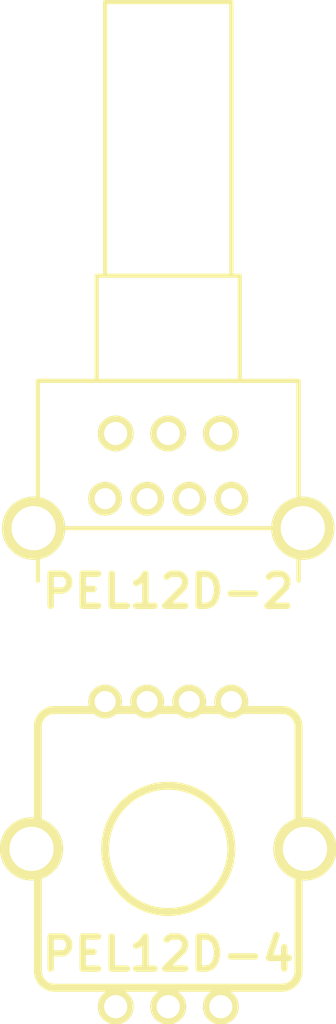
<source format=kicad_pcb>
(kicad_pcb (version 3) (host pcbnew "(2013-07-14 BZR 4242)-stable")

  (general
    (links 1)
    (no_connects 1)
    (area 123.82627 53.385999 140.33373 102.58425)
    (thickness 1.6)
    (drawings 0)
    (tracks 0)
    (zones 0)
    (modules 2)
    (nets 7)
  )

  (page A4)
  (layers
    (15 F.Cu signal)
    (0 B.Cu signal)
    (16 B.Adhes user)
    (17 F.Adhes user)
    (18 B.Paste user)
    (19 F.Paste user)
    (20 B.SilkS user)
    (21 F.SilkS user)
    (22 B.Mask user)
    (23 F.Mask user)
    (24 Dwgs.User user)
    (25 Cmts.User user)
    (26 Eco1.User user)
    (27 Eco2.User user)
    (28 Edge.Cuts user)
  )

  (setup
    (last_trace_width 0.254)
    (trace_clearance 0.254)
    (zone_clearance 0.508)
    (zone_45_only no)
    (trace_min 0.254)
    (segment_width 0.2)
    (edge_width 0.1)
    (via_size 0.889)
    (via_drill 0.635)
    (via_min_size 0.889)
    (via_min_drill 0.508)
    (uvia_size 0.508)
    (uvia_drill 0.127)
    (uvias_allowed no)
    (uvia_min_size 0.508)
    (uvia_min_drill 0.127)
    (pcb_text_width 0.3)
    (pcb_text_size 1.5 1.5)
    (mod_edge_width 0.2)
    (mod_text_size 1 1)
    (mod_text_width 0.15)
    (pad_size 1.69926 1.69926)
    (pad_drill 1.09982)
    (pad_to_mask_clearance 0)
    (aux_axis_origin 0 0)
    (visible_elements FFFFF77F)
    (pcbplotparams
      (layerselection 3178497)
      (usegerberextensions true)
      (excludeedgelayer true)
      (linewidth 0.150000)
      (plotframeref false)
      (viasonmask false)
      (mode 1)
      (useauxorigin false)
      (hpglpennumber 1)
      (hpglpenspeed 20)
      (hpglpendiameter 15)
      (hpglpenoverlay 2)
      (psnegative false)
      (psa4output false)
      (plotreference true)
      (plotvalue true)
      (plotothertext true)
      (plotinvisibletext false)
      (padsonsilk false)
      (subtractmaskfromsilk false)
      (outputformat 1)
      (mirror false)
      (drillshape 1)
      (scaleselection 1)
      (outputdirectory ""))
  )

  (net 0 "")
  (net 1 /encoders/SW1)
  (net 2 GND)
  (net 3 N-000049)
  (net 4 N-000067)
  (net 5 N-000068)
  (net 6 N-000072)

  (net_class Default "This is the default net class."
    (clearance 0.254)
    (trace_width 0.254)
    (via_dia 0.889)
    (via_drill 0.635)
    (uvia_dia 0.508)
    (uvia_drill 0.127)
    (add_net "")
    (add_net /encoders/SW1)
    (add_net GND)
    (add_net N-000049)
    (add_net N-000067)
    (add_net N-000068)
    (add_net N-000072)
  )

  (module PEL12D-4 (layer F.Cu) (tedit 51EFEA20) (tstamp 51EFEB22)
    (at 132.08 93.98)
    (descr "Bourns encoder with switch and LEDs, horizontal mount")
    (tags "bourns, encoder")
    (path /4F7E05A5/4F905A66)
    (fp_text reference PEL12D-4 (at 0 5.00126) (layer F.SilkS)
      (effects (font (thickness 0.3048)))
    )
    (fp_text value VAL** (at 0 -5) (layer F.SilkS) hide
      (effects (font (thickness 0.3048)))
    )
    (fp_line (start 6.2 -5.8) (end 6.2 5.8) (layer F.SilkS) (width 0.381))
    (fp_line (start -6.2 5.8) (end -6.2 -5.8) (layer F.SilkS) (width 0.381))
    (fp_line (start 5.4 6.6) (end -5.4 6.6) (layer F.SilkS) (width 0.381))
    (fp_arc (start 5.4 5.8) (end 6.2 5.8) (angle 90) (layer F.SilkS) (width 0.381))
    (fp_line (start -5.4 -6.6) (end 5.4 -6.6) (layer F.SilkS) (width 0.381))
    (fp_arc (start -5.4 -5.8) (end -6.2 -5.8) (angle 90) (layer F.SilkS) (width 0.381))
    (fp_arc (start -5.4 5.8) (end -5.4 6.6) (angle 90) (layer F.SilkS) (width 0.381))
    (fp_arc (start 5.4 -5.8) (end 5.4 -6.6) (angle 90) (layer F.SilkS) (width 0.381))
    (fp_circle (center 0 0) (end 3 0) (layer F.SilkS) (width 0.381))
    (pad C thru_hole circle (at 0 7.50062) (size 1.69926 1.69926) (drill 1.09982)
      (layers *.Cu *.Mask F.SilkS)
    )
    (pad A thru_hole circle (at -2.49936 7.50062) (size 1.69926 1.69926) (drill 1.09982)
      (layers *.Cu *.Mask F.SilkS)
    )
    (pad B thru_hole circle (at 2.49936 7.50062) (size 1.69926 1.69926) (drill 1.09982)
      (layers *.Cu *.Mask F.SilkS)
    )
    (pad 1 thru_hole circle (at 2.99974 -7.00024) (size 1.6002 1.6002) (drill 1.00076)
      (layers *.Cu *.Mask F.SilkS)
    )
    (pad 2 thru_hole circle (at 1.00076 -7.00024) (size 1.6002 1.6002) (drill 1.00076)
      (layers *.Cu *.Mask F.SilkS)
    )
    (pad 3 thru_hole circle (at -1.00076 -7.00024) (size 1.6002 1.6002) (drill 1.00076)
      (layers *.Cu *.Mask F.SilkS)
    )
    (pad 4 thru_hole circle (at -2.99974 -7.00024) (size 1.6002 1.6002) (drill 1.00076)
      (layers *.Cu *.Mask F.SilkS)
    )
    (pad "" thru_hole circle (at 6.49986 0) (size 2.99974 2.99974) (drill 2.10058)
      (layers *.Cu *.Mask F.SilkS)
    )
    (pad "" thru_hole circle (at -6.49986 0) (size 2.99974 2.99974) (drill 2.10058)
      (layers *.Cu *.Mask F.SilkS)
    )
  )

  (module PEL12D-2 (layer F.Cu) (tedit 51EFE9FB) (tstamp 51F083DB)
    (at 132.08 78.74 90)
    (descr "Bourns encoder with switch and LEDs, vertical mount")
    (tags "bourns, encoder")
    (path /4F7E05A5/4F905A66)
    (fp_text reference PEL12D-2 (at -3 0 360) (layer F.SilkS)
      (effects (font (thickness 0.3048)))
    )
    (fp_text value VAL** (at 19 0 270) (layer F.SilkS) hide
      (effects (font (thickness 0.3048)))
    )
    (fp_line (start 0.1 6.2) (end -2.5 6.2) (layer F.SilkS) (width 0.2))
    (fp_line (start 0 -6.2) (end -2.5 -6.2) (layer F.SilkS) (width 0.2))
    (fp_line (start 7 6.2) (end 0 6.2) (layer F.SilkS) (width 0.2))
    (fp_line (start 0 6.2) (end 0 -6.2) (layer F.SilkS) (width 0.2))
    (fp_line (start 0 -6.2) (end 7 -6.2) (layer F.SilkS) (width 0.2))
    (fp_line (start 7 -6.2) (end 7 6.2) (layer F.SilkS) (width 0.2))
    (fp_line (start 12 -3.4) (end 7 -3.4) (layer F.SilkS) (width 0.2))
    (fp_line (start 12 3.4) (end 7 3.4) (layer F.SilkS) (width 0.2))
    (fp_line (start 12 -3.4) (end 12 3.4) (layer F.SilkS) (width 0.2))
    (fp_line (start 12 -3) (end 25 -3) (layer F.SilkS) (width 0.2))
    (fp_line (start 25 3) (end 12 3) (layer F.SilkS) (width 0.2))
    (fp_line (start 25 -3) (end 25 3) (layer F.SilkS) (width 0.2))
    (pad C thru_hole circle (at 4.5 0 180) (size 1.69926 1.69926) (drill 1.09982)
      (layers *.Cu *.Mask F.SilkS)
    )
    (pad A thru_hole circle (at 4.5 2.5 180) (size 1.69926 1.69926) (drill 1.09982)
      (layers *.Cu *.Mask F.SilkS)
    )
    (pad B thru_hole circle (at 4.5 -2.5 180) (size 1.69926 1.69926) (drill 1.09982)
      (layers *.Cu *.Mask F.SilkS)
    )
    (pad 1 thru_hole circle (at 1.4 3) (size 1.6002 1.6002) (drill 1.00076)
      (layers *.Cu *.Mask F.SilkS)
    )
    (pad 2 thru_hole circle (at 1.4 1) (size 1.6002 1.6002) (drill 1.00076)
      (layers *.Cu *.Mask F.SilkS)
    )
    (pad 3 thru_hole circle (at 1.4 -1) (size 1.6002 1.6002) (drill 1.00076)
      (layers *.Cu *.Mask F.SilkS)
    )
    (pad 4 thru_hole circle (at 1.4 -3) (size 1.6002 1.6002) (drill 1.00076)
      (layers *.Cu *.Mask F.SilkS)
    )
    (pad "" thru_hole circle (at 0 -6.4 90) (size 2.99974 2.99974) (drill 2.10058)
      (layers *.Cu *.Mask F.SilkS)
    )
    (pad "" thru_hole circle (at 0 6.4 90) (size 2.99974 2.99974) (drill 2.10058)
      (layers *.Cu *.Mask F.SilkS)
    )
  )

)

</source>
